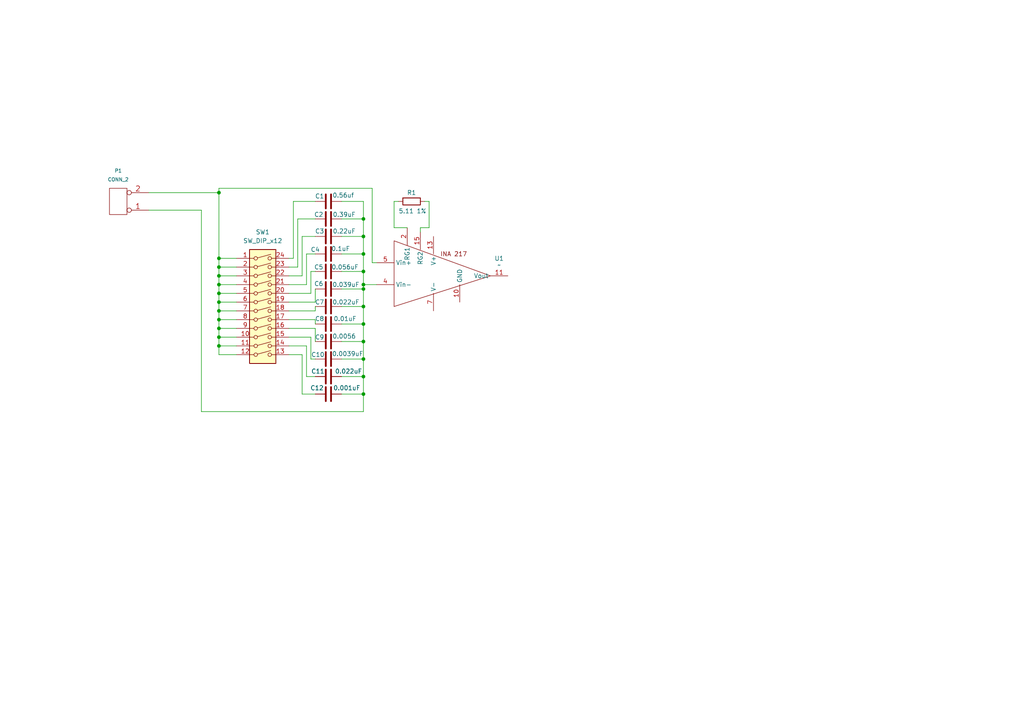
<source format=kicad_sch>
(kicad_sch (version 20231120) (generator "eeschema") (generator_version "8.0")
  (paper "A4")
  (title_block (title "Proton Precession Magnetometer Amplifier") (date "2024-09-22") (rev "0.1") (company "D Q McDonald"))
  (lib_symbols
    (symbol "DQM:CONN_2" (pin_names (offset 1.016) hide)
      (property "Reference" "P" (at -1.27 0 90))
      (property "Value" "CONN_2" (at 1.27 0 90))
      (symbol "CONN_2_0_1"
        (rectangle (start -2.54 3.81) (end 2.54 -3.81))
      )
      (symbol "CONN_2_1_1"
        (pin passive inverted (at -8.89 2.54 0) (length 6.35) (name "VCC") (number "1"))
        (pin passive inverted (at -8.89 -2.54 0) (length 6.35) (name "GND") (number "2"))
      )
    )
    (symbol "DQM:INA217"
      (property "Reference" "U" (at 0 0 0))
      (symbol "INA217_0_1"
        (polyline (pts (xy -11.43 -8.89) (xy -11.43 10.16) (xy 16.51 0) (xy -11.43 -8.89)))
      )
      (symbol "INA217_1_1"
        (text "INA 217 " (at 6.35 6.35 0) (effects (font (size 1.27 1.27))))
        (pin power_in line (at -10.16 -13.97 90) (length 5.08) hide (name "NC1") (number "1"))
        (pin power_in line (at 7.62 -7.62 90) (length 5.08) (name "GND") (number "10"))
        (pin output line (at 21.59 0 180) (length 5.08) (name "Vout") (number "11"))
        (pin power_in line (at 8.89 7.62 270) (length 5.08) hide (name "NC12") (number "12"))
        (pin power_in line (at 0 11.43 270) (length 5.08) (name "V+") (number "13"))
        (pin power_in line (at 5.08 5.08 90) (length 5.08) hide (name "NC14") (number "14"))
        (pin bidirectional line (at -3.81 12.7 270) (length 5.08) (name "RG2") (number "15"))
        (pin power_in line (at 2.54 6.35 90) (length 5.08) hide (name "NC16") (number "16"))
        (pin bidirectional line (at -7.62 13.97 270) (length 5.08) (name "RG1") (number "2"))
        (pin power_in line (at -7.62 -12.7 90) (length 5.08) hide (name "NC3") (number "3"))
        (pin input line (at -16.51 -2.54 0) (length 5.08) (name "Vin-") (number "4"))
        (pin input line (at -16.51 3.81 0) (length 5.08) (name "Vin+") (number "5"))
        (pin power_in line (at -5.08 -11.43 90) (length 5.08) hide (name "NC6") (number "6"))
        (pin power_in line (at 0 -10.16 90) (length 5.08) (name "V-") (number "7"))
        (pin power_in line (at 2.54 -8.89 90) (length 5.08) hide (name "NC8") (number "8"))
        (pin power_in line (at 11.43 -6.35 90) (length 5.08) hide (name "NC9") (number "9"))
      )
    )
    (symbol "Device:C" (pin_numbers hide) (pin_names (offset 0.254))
      (property "Reference" "C" (at 0.635 2.54 0))
      (property "Value" "C" (at 0.635 -2.54 0))
      (symbol "C_0_1"
        (polyline (pts (xy -2.032 -0.762) (xy 2.032 -0.762)) (stroke (width 0.508)))
        (polyline (pts (xy -2.032 0.762) (xy 2.032 0.762)) (stroke (width 0.508)))
      )
      (symbol "C_1_1"
        (pin passive line (at 0 3.81 270) (length 2.794) (name "~") (number "1"))
        (pin passive line (at 0 -3.81 90) (length 2.794) (name "~") (number "2"))
      )
    )
    (symbol "Device:R" (pin_numbers hide) (pin_names (offset 0))
      (property "Reference" "R" (at 2.032 0 90))
      (property "Value" "R" (at 0 0 90))
      (symbol "R_0_1"
        (rectangle (start -1.016 -2.54) (end 1.016 2.54) (stroke (width 0.254)))
      )
      (symbol "R_1_1"
        (pin passive line (at 0 3.81 270) (length 1.27) (name "~") (number "1"))
        (pin passive line (at 0 -3.81 90) (length 1.27) (name "~") (number "2"))
      )
    )
    (symbol "Switch:SW_DIP_x12" (pin_names (offset 0) hide)
      (property "Reference" "SW" (at 0 19.05 0))
      (property "Value" "SW_DIP_x12" (at 0 -16.51 0))
      (symbol "SW_DIP_x12_0_0"
        (circle (center -2.032 -12.7) (radius 0.508))
        (circle (center -2.032 -10.16) (radius 0.508))
        (circle (center -2.032 -7.62) (radius 0.508))
        (circle (center -2.032 -5.08) (radius 0.508))
        (circle (center -2.032 -2.54) (radius 0.508))
        (circle (center -2.032 0) (radius 0.508))
        (circle (center -2.032 2.54) (radius 0.508))
        (circle (center -2.032 5.08) (radius 0.508))
        (circle (center -2.032 7.62) (radius 0.508))
        (circle (center -2.032 10.16) (radius 0.508))
        (circle (center -2.032 12.7) (radius 0.508))
        (circle (center -2.032 15.24) (radius 0.508))
        (polyline (pts (xy -1.524 -12.5476) (xy 2.3622 -11.5062)))
        (polyline (pts (xy -1.524 -10.0076) (xy 2.3622 -8.9662)))
        (polyline (pts (xy -1.524 -7.4676) (xy 2.3622 -6.4262)))
        (polyline (pts (xy -1.524 -4.9276) (xy 2.3622 -3.8862)))
        (polyline (pts (xy -1.524 -2.3876) (xy 2.3622 -1.3462)))
        (polyline (pts (xy -1.524 0.127) (xy 2.3622 1.1684)))
        (polyline (pts (xy -1.524 2.667) (xy 2.3622 3.7084)))
        (polyline (pts (xy -1.524 5.207) (xy 2.3622 6.2484)))
        (polyline (pts (xy -1.524 7.747) (xy 2.3622 8.7884)))
        (polyline (pts (xy -1.524 10.287) (xy 2.3622 11.3284)))
        (polyline (pts (xy -1.524 12.827) (xy 2.3622 13.8684)))
        (polyline (pts (xy -1.524 15.367) (xy 2.3622 16.4084)))
        (circle (center 2.032 -12.7) (radius 0.508))
        (circle (center 2.032 -10.16) (radius 0.508))
        (circle (center 2.032 -7.62) (radius 0.508))
        (circle (center 2.032 -5.08) (radius 0.508))
        (circle (center 2.032 -2.54) (radius 0.508))
        (circle (center 2.032 0) (radius 0.508))
        (circle (center 2.032 2.54) (radius 0.508))
        (circle (center 2.032 5.08) (radius 0.508))
        (circle (center 2.032 7.62) (radius 0.508))
        (circle (center 2.032 10.16) (radius 0.508))
        (circle (center 2.032 12.7) (radius 0.508))
        (circle (center 2.032 15.24) (radius 0.508))
      )
      (symbol "SW_DIP_x12_1_1"
        (rectangle (start -3.81 17.78) (end 3.81 -15.24) (stroke (width 0.254)) (fill (type background)))
        (pin passive line (at -7.62 15.24 0) (length 5.08) (name "~") (number "1"))
        (pin passive line (at -7.62 -7.62 0) (length 5.08) (name "~") (number "10"))
        (pin passive line (at -7.62 -10.16 0) (length 5.08) (name "~") (number "11"))
        (pin passive line (at -7.62 -12.7 0) (length 5.08) (name "~") (number "12"))
        (pin passive line (at 7.62 -12.7 180) (length 5.08) (name "~") (number "13"))
        (pin passive line (at 7.62 -10.16 180) (length 5.08) (name "~") (number "14"))
        (pin passive line (at 7.62 -7.62 180) (length 5.08) (name "~") (number "15"))
        (pin passive line (at 7.62 -5.08 180) (length 5.08) (name "~") (number "16"))
        (pin passive line (at 7.62 -2.54 180) (length 5.08) (name "~") (number "17"))
        (pin passive line (at 7.62 0 180) (length 5.08) (name "~") (number "18"))
        (pin passive line (at 7.62 2.54 180) (length 5.08) (name "~") (number "19"))
        (pin passive line (at -7.62 12.7 0) (length 5.08) (name "~") (number "2"))
        (pin passive line (at 7.62 5.08 180) (length 5.08) (name "~") (number "20"))
        (pin passive line (at 7.62 7.62 180) (length 5.08) (name "~") (number "21"))
        (pin passive line (at 7.62 10.16 180) (length 5.08) (name "~") (number "22"))
        (pin passive line (at 7.62 12.7 180) (length 5.08) (name "~") (number "23"))
        (pin passive line (at 7.62 15.24 180) (length 5.08) (name "~") (number "24"))
        (pin passive line (at -7.62 10.16 0) (length 5.08) (name "~") (number "3"))
        (pin passive line (at -7.62 7.62 0) (length 5.08) (name "~") (number "4"))
        (pin passive line (at -7.62 5.08 0) (length 5.08) (name "~") (number "5"))
        (pin passive line (at -7.62 2.54 0) (length 5.08) (name "~") (number "6"))
        (pin passive line (at -7.62 0 0) (length 5.08) (name "~") (number "7"))
        (pin passive line (at -7.62 -2.54 0) (length 5.08) (name "~") (number "8"))
        (pin passive line (at -7.62 -5.08 0) (length 5.08) (name "~") (number "9"))
      )
    )
  )
  (junction (at 105.41 99.06))
  (junction (at 63.5 85.09))
  (junction (at 105.41 114.3))
  (junction (at 63.5 92.71))
  (junction (at 63.5 74.93))
  (junction (at 105.41 83.82))
  (junction (at 105.41 73.66))
  (junction (at 105.41 104.14))
  (junction (at 105.41 68.58))
  (junction (at 63.5 90.17))
  (junction (at 63.5 95.25))
  (junction (at 63.5 87.63))
  (junction (at 63.5 55.88))
  (junction (at 105.41 63.5))
  (junction (at 63.5 77.47))
  (junction (at 105.41 78.74))
  (junction (at 105.41 109.22))
  (junction (at 105.41 88.9))
  (junction (at 63.5 97.79))
  (junction (at 105.41 93.98))
  (junction (at 63.5 80.01))
  (junction (at 63.5 82.55))
  (junction (at 105.41 82.55))
  (junction (at 63.5 100.33))
  (wire (pts (xy 90.17 85.09) (xy 90.17 78.74)))
  (wire (pts (xy 63.5 85.09) (xy 63.5 87.63)))
  (wire (pts (xy 107.95 76.2) (xy 109.22 76.2)))
  (wire (pts (xy 63.5 87.63) (xy 63.5 90.17)))
  (wire (pts (xy 105.41 104.14) (xy 105.41 99.06)))
  (wire (pts (xy 43.18 55.88) (xy 63.5 55.88)))
  (wire (pts (xy 105.41 58.42) (xy 105.41 63.5)))
  (wire (pts (xy 83.82 97.79) (xy 90.17 97.79)))
  (wire (pts (xy 68.58 74.93) (xy 63.5 74.93)))
  (wire (pts (xy 105.41 78.74) (xy 105.41 82.55)))
  (wire (pts (xy 105.41 83.82) (xy 105.41 82.55)))
  (wire (pts (xy 99.06 88.9) (xy 105.41 88.9)))
  (wire (pts (xy 63.5 87.63) (xy 68.58 87.63)))
  (wire (pts (xy 99.06 93.98) (xy 105.41 93.98)))
  (wire (pts (xy 88.9 82.55) (xy 88.9 73.66)))
  (wire (pts (xy 63.5 77.47) (xy 68.58 77.47)))
  (wire (pts (xy 91.44 95.25) (xy 91.44 99.06)))
  (wire (pts (xy 43.18 60.96) (xy 58.42 60.96)))
  (wire (pts (xy 90.17 78.74) (xy 91.44 78.74)))
  (wire (pts (xy 105.41 109.22) (xy 105.41 104.14)))
  (wire (pts (xy 63.5 100.33) (xy 63.5 102.87)))
  (wire (pts (xy 63.5 82.55) (xy 63.5 85.09)))
  (wire (pts (xy 105.41 88.9) (xy 105.41 83.82)))
  (wire (pts (xy 63.5 95.25) (xy 63.5 97.79)))
  (wire (pts (xy 85.09 74.93) (xy 85.09 58.42)))
  (wire (pts (xy 105.41 114.3) (xy 105.41 109.22)))
  (wire (pts (xy 99.06 109.22) (xy 105.41 109.22)))
  (wire (pts (xy 118.11 66.04) (xy 114.3 66.04)))
  (wire (pts (xy 63.5 92.71) (xy 68.58 92.71)))
  (wire (pts (xy 83.82 92.71) (xy 91.44 92.71)))
  (wire (pts (xy 114.3 58.42) (xy 115.57 58.42)))
  (wire (pts (xy 63.5 80.01) (xy 68.58 80.01)))
  (wire (pts (xy 88.9 73.66) (xy 91.44 73.66)))
  (wire (pts (xy 88.9 109.22) (xy 91.44 109.22)))
  (wire (pts (xy 63.5 100.33) (xy 68.58 100.33)))
  (wire (pts (xy 83.82 82.55) (xy 88.9 82.55)))
  (wire (pts (xy 87.63 114.3) (xy 91.44 114.3)))
  (wire (pts (xy 91.44 90.17) (xy 91.44 88.9)))
  (wire (pts (xy 63.5 97.79) (xy 68.58 97.79)))
  (wire (pts (xy 87.63 102.87) (xy 87.63 114.3)))
  (wire (pts (xy 123.19 58.42) (xy 124.46 58.42)))
  (wire (pts (xy 105.41 63.5) (xy 105.41 68.58)))
  (wire (pts (xy 63.5 90.17) (xy 63.5 92.71)))
  (wire (pts (xy 99.06 73.66) (xy 105.41 73.66)))
  (wire (pts (xy 83.82 102.87) (xy 87.63 102.87)))
  (wire (pts (xy 63.5 54.61) (xy 107.95 54.61)))
  (wire (pts (xy 83.82 74.93) (xy 85.09 74.93)))
  (wire (pts (xy 63.5 55.88) (xy 63.5 74.93)))
  (wire (pts (xy 105.41 99.06) (xy 105.41 93.98)))
  (wire (pts (xy 99.06 58.42) (xy 105.41 58.42)))
  (wire (pts (xy 105.41 93.98) (xy 105.41 88.9)))
  (wire (pts (xy 58.42 60.96) (xy 58.42 119.38)))
  (wire (pts (xy 124.46 66.04) (xy 121.92 66.04)))
  (wire (pts (xy 99.06 114.3) (xy 105.41 114.3)))
  (wire (pts (xy 63.5 74.93) (xy 63.5 77.47)))
  (wire (pts (xy 63.5 102.87) (xy 68.58 102.87)))
  (wire (pts (xy 83.82 90.17) (xy 91.44 90.17)))
  (wire (pts (xy 87.63 80.01) (xy 87.63 68.58)))
  (wire (pts (xy 99.06 68.58) (xy 105.41 68.58)))
  (wire (pts (xy 99.06 99.06) (xy 105.41 99.06)))
  (wire (pts (xy 99.06 104.14) (xy 105.41 104.14)))
  (wire (pts (xy 63.5 97.79) (xy 63.5 100.33)))
  (wire (pts (xy 63.5 90.17) (xy 68.58 90.17)))
  (wire (pts (xy 83.82 85.09) (xy 90.17 85.09)))
  (wire (pts (xy 88.9 100.33) (xy 88.9 109.22)))
  (wire (pts (xy 83.82 100.33) (xy 88.9 100.33)))
  (wire (pts (xy 85.09 58.42) (xy 91.44 58.42)))
  (wire (pts (xy 63.5 80.01) (xy 63.5 82.55)))
  (wire (pts (xy 86.36 63.5) (xy 91.44 63.5)))
  (wire (pts (xy 63.5 77.47) (xy 63.5 80.01)))
  (wire (pts (xy 99.06 63.5) (xy 105.41 63.5)))
  (wire (pts (xy 86.36 77.47) (xy 86.36 63.5)))
  (wire (pts (xy 99.06 83.82) (xy 105.41 83.82)))
  (wire (pts (xy 91.44 92.71) (xy 91.44 93.98)))
  (wire (pts (xy 63.5 54.61) (xy 63.5 55.88)))
  (wire (pts (xy 121.92 66.04) (xy 121.92 67.31)))
  (wire (pts (xy 105.41 73.66) (xy 105.41 78.74)))
  (wire (pts (xy 90.17 104.14) (xy 91.44 104.14)))
  (wire (pts (xy 63.5 85.09) (xy 68.58 85.09)))
  (wire (pts (xy 124.46 58.42) (xy 124.46 66.04)))
  (wire (pts (xy 83.82 87.63) (xy 91.44 87.63)))
  (wire (pts (xy 105.41 68.58) (xy 105.41 73.66)))
  (wire (pts (xy 91.44 87.63) (xy 91.44 83.82)))
  (wire (pts (xy 90.17 97.79) (xy 90.17 104.14)))
  (wire (pts (xy 99.06 78.74) (xy 105.41 78.74)))
  (wire (pts (xy 105.41 119.38) (xy 105.41 114.3)))
  (wire (pts (xy 83.82 80.01) (xy 87.63 80.01)))
  (wire (pts (xy 63.5 95.25) (xy 68.58 95.25)))
  (wire (pts (xy 63.5 92.71) (xy 63.5 95.25)))
  (wire (pts (xy 83.82 95.25) (xy 91.44 95.25)))
  (wire (pts (xy 114.3 58.42) (xy 114.3 66.04)))
  (wire (pts (xy 87.63 68.58) (xy 91.44 68.58)))
  (wire (pts (xy 83.82 77.47) (xy 86.36 77.47)))
  (wire (pts (xy 105.41 82.55) (xy 109.22 82.55)))
  (wire (pts (xy 63.5 82.55) (xy 68.58 82.55)))
  (wire (pts (xy 58.42 119.38) (xy 105.41 119.38)))
  (wire (pts (xy 107.95 54.61) (xy 107.95 76.2)))
  (symbol (lib_id "Device:C") (at 95.25 58.42 90) (unit 1)
    (property "Reference" "C1" (at 92.71 56.896 90))
    (property "Value" "0.56uf" (at 99.568 56.642 90))
    (property "Description" "Unpolarized capacitor" (effects (hide yes)))
  )
  (symbol (lib_id "Device:C") (at 95.25 68.58 90) (unit 1)
    (property "Reference" "C3" (at 92.71 67.056 90))
    (property "Value" "0.22uF" (at 99.822 67.056 90))
    (property "Description" "Unpolarized capacitor" (effects (hide yes)))
  )
  (symbol (lib_id "Device:C") (at 95.25 78.74 90) (unit 1)
    (property "Reference" "C5" (at 92.456 77.47 90))
    (property "Value" "0.056uF" (at 100.076 77.47 90))
    (property "Description" "Unpolarized capacitor" (effects (hide yes)))
  )
  (symbol (lib_id "Device:C") (at 95.25 114.3 90) (unit 1)
    (property "Reference" "C12" (at 91.948 112.522 90))
    (property "Value" "0.001uF" (at 100.584 112.522 90))
    (property "Description" "Unpolarized capacitor" (effects (hide yes)))
  )
  (symbol (lib_id "Device:C") (at 95.25 99.06 90) (unit 1)
    (property "Reference" "C9" (at 92.71 97.79 90))
    (property "Value" "0.0056" (at 99.822 97.536 90))
    (property "Description" "Unpolarized capacitor" (effects (hide yes)))
  )
  (symbol (lib_id "Device:C") (at 95.25 104.14 90) (unit 1)
    (property "Reference" "C10" (at 92.202 102.87 90))
    (property "Value" "0.0039uF" (at 100.838 102.616 90))
    (property "Description" "Unpolarized capacitor" (effects (hide yes)))
  )
  (symbol (lib_id "Device:C") (at 95.25 88.9 90) (unit 1)
    (property "Reference" "C7" (at 92.71 87.63 90))
    (property "Value" "0.022uF" (at 100.33 87.63 90))
    (property "Description" "Unpolarized capacitor" (effects (hide yes)))
  )
  (symbol (lib_id "Device:C") (at 95.25 73.66 90) (unit 1)
    (property "Reference" "C4" (at 91.44 72.39 90))
    (property "Value" "0.1uF" (at 98.806 72.136 90))
    (property "Description" "Unpolarized capacitor" (effects (hide yes)))
  )
  (symbol (lib_id "Device:C") (at 95.25 63.5 90) (unit 1)
    (property "Reference" "C2" (at 92.456 62.23 90))
    (property "Value" "0.39uF" (at 99.822 62.23 90))
    (property "Description" "Unpolarized capacitor" (effects (hide yes)))
  )
  (symbol (lib_id "Device:C") (at 95.25 83.82 90) (unit 1)
    (property "Reference" "C6" (at 92.456 82.296 90))
    (property "Value" "0.039uF" (at 100.33 82.55 90))
    (property "Description" "Unpolarized capacitor" (effects (hide yes)))
  )
  (symbol (lib_id "Device:C") (at 95.25 109.22 90) (unit 1)
    (property "Reference" "C11" (at 92.202 107.696 90))
    (property "Value" "0.022uF" (at 101.092 107.696 90))
    (property "Description" "Unpolarized capacitor" (effects (hide yes)))
  )
  (symbol (lib_id "Switch:SW_DIP_x12") (at 76.2 90.17 0) (unit 1)
    (property "Reference" "SW1" (at 76.2 67.31 0))
    (property "Value" "SW_DIP_x12" (at 76.2 69.85 0))
    (property "Description" "12x DIP Switch, Single Pole Single Throw (SPST) switch, small symbol" (effects (hide yes)))
  )
  (symbol (lib_id "DQM:CONN_2") (at 34.29 58.42 180) (unit 1)
    (property "Reference" "P1" (at 34.29 49.53 0) (effects (font (size 1.016 1.016))))
    (property "Value" "CONN_2" (at 34.29 52.07 0) (effects (font (size 1.016 1.016))))
    (property "Description" "Symbole general de connecteur" (effects (hide yes)))
  )
  (symbol (lib_id "Device:R") (at 119.38 58.42 90) (unit 1)
    (property "Reference" "R1" (at 119.38 55.88 90))
    (property "Value" "5.11 1%" (at 119.634 61.214 90))
    (property "Description" "Resistor" (effects (hide yes)))
  )
  (symbol (lib_id "Device:C") (at 95.25 93.98 90) (unit 1)
    (property "Reference" "C8" (at 92.71 92.456 90))
    (property "Value" "0.01uF" (at 100.076 92.456 90))
    (property "Description" "Unpolarized capacitor" (effects (hide yes)))
  )
  (symbol (lib_id "DQM:INA217") (at 125.73 80.01 0) (unit 1)
    (property "Reference" "U1" (at 144.78 74.9614 0))
    (property "Value" "~" (at 144.78 76.8665 0))
  )
)
</source>
